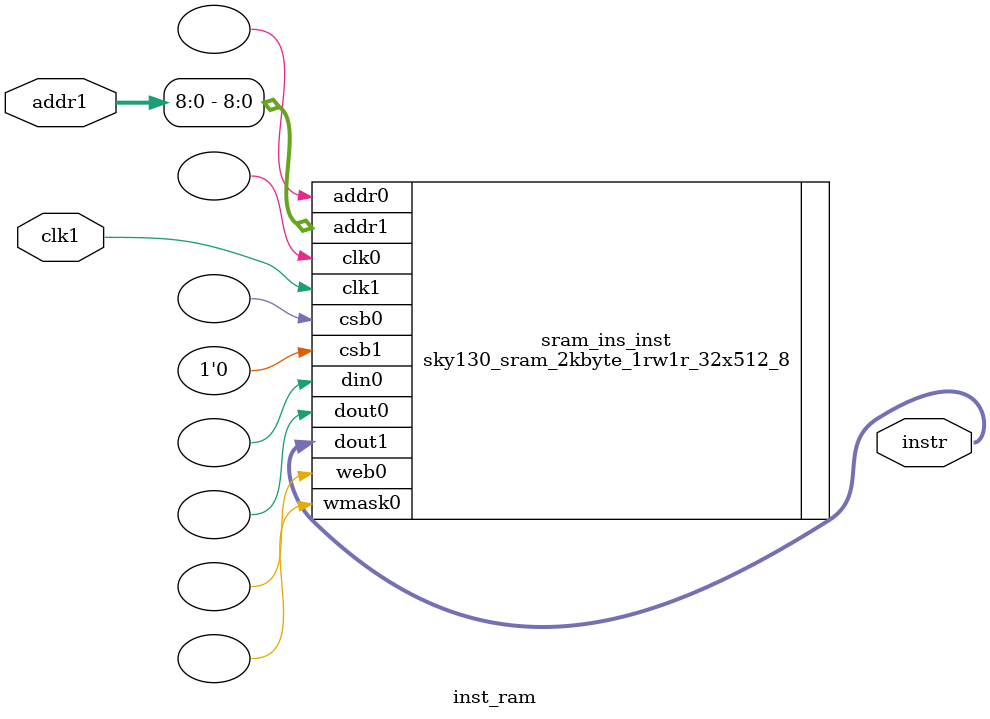
<source format=v>
module inst_ram (
  input         clk1,
  input  [31:0] addr1,
  output [31:0] instr
);
//----------------------------------------------//
//INTERNAL SIGNAL
//----------------------------------------------//
sky130_sram_2kbyte_1rw1r_32x512_8 sram_ins_inst (
  .clk0        (),
  .csb0        (),
  .web0        (),
  .wmask0      (),
  .addr0       (),
  .din0        (),
  .dout0       (),
  .clk1        (clk1      ),
  .csb1        (1'b0      ),
  .addr1       (addr1[8:0]),
  .dout1       (instr     )
);
    
endmodule
</source>
